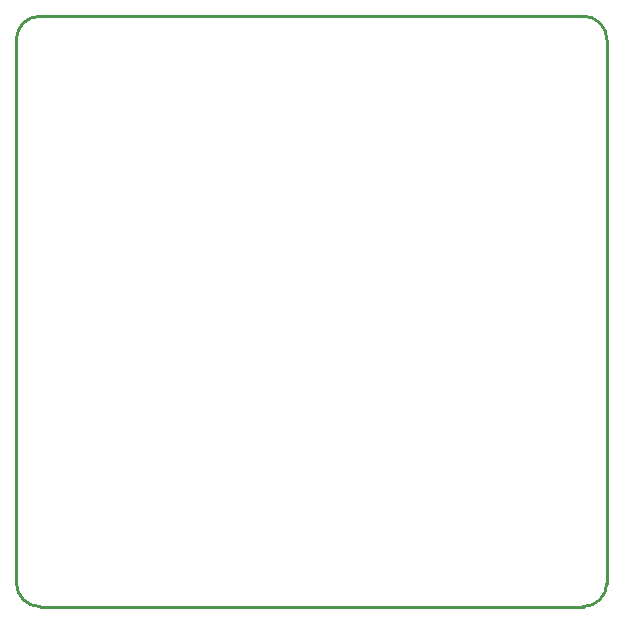
<source format=gm1>
G04*
G04 #@! TF.GenerationSoftware,Altium Limited,Altium Designer,23.2.1 (34)*
G04*
G04 Layer_Color=16711935*
%FSLAX25Y25*%
%MOIN*%
G70*
G04*
G04 #@! TF.SameCoordinates,8498BAA7-9676-4981-84BE-4D8C7AE1AD3F*
G04*
G04*
G04 #@! TF.FilePolarity,Positive*
G04*
G01*
G75*
%ADD21C,0.01000*%
D21*
X381000Y119024D02*
G03*
X388874Y111150I7874J0D01*
G01*
X569976Y111150D02*
G03*
X577850Y119024I-75J7949D01*
G01*
X388874Y307999D02*
G03*
X381000Y300125I0J-7874D01*
G01*
X577850Y300126D02*
G03*
X569976Y308000I-7874J0D01*
G01*
X381000Y119000D02*
Y300500D01*
X388850Y111150D02*
X570150D01*
X577850Y118850D02*
Y300150D01*
X388500Y308000D02*
X570000D01*
M02*

</source>
